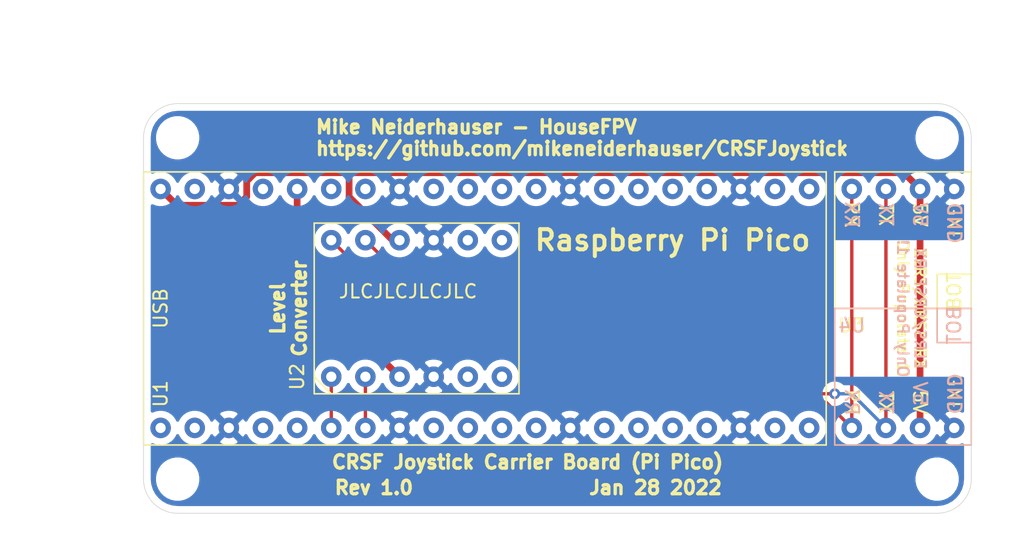
<source format=kicad_pcb>
(kicad_pcb (version 20171130) (host pcbnew "(5.1.9)-1")
  (layers (0 F.Cu signal) (31 B.Cu signal hide) (34 B.Paste user) (35 F.Paste user) (36 B.SilkS user) (37 F.SilkS user) (38 B.Mask user) (39 F.Mask user) (44 Edge.Cuts user))
  (net 0 "")
  (net 1 "Net-(U1-Pad1)")
  (net 2 "Net-(U1-Pad2)")
  (net 3 GND)
  (net 4 "Net-(U1-Pad4)")
  (net 5 "Net-(U1-Pad5)")
  (net 6 TX)
  (net 7 RX)
  (net 8 "Net-(U1-Pad9)")
  (net 9 "Net-(U1-Pad10)")
  (net 10 "Net-(U1-Pad14)")
  (net 11 "Net-(U1-Pad15)")
  (net 12 "Net-(U1-Pad16)")
  (net 13 "Net-(U1-Pad17)")
  (net 14 "Net-(U1-Pad19)")
  (net 15 "Net-(U1-Pad20)")
  (net 16 "Net-(U1-Pad21)")
  (net 17 "Net-(U1-Pad22)")
  (net 18 "Net-(U1-Pad24)")
  (net 19 "Net-(U1-Pad25)")
  (net 20 "Net-(U1-Pad26)")
  (net 21 "Net-(U1-Pad27)")
  (net 22 "Net-(U1-Pad29)")
  (net 23 "Net-(U1-Pad30)")
  (net 24 "Net-(U1-Pad31)")
  (net 25 "Net-(U1-Pad32)")
  (net 26 "Net-(U1-Pad34)")
  (net 27 "Net-(U1-Pad35)")
  (net 28 3v3)
  (net 29 "Net-(U1-Pad37)")
  (net 30 "Net-(U1-Pad39)")
  (net 31 5V)
  (net 32 "Net-(U1-Pad11)")
  (net 33 "Net-(U1-Pad12)")
  (net 34 CRSF_TX)
  (net 35 CRSF_RX)
  (net 36 "Net-(U2-Pad5)")
  (net 37 "Net-(U2-Pad6)")
  (net 38 "Net-(U2-Pad7)")
  (net 39 "Net-(U2-Pad8)")
  (module pico:HouseFPV_Logo (layer F.Cu) (at 75.565 53.34)
    (fp_text reference REF** hide)
    (fp_text value HouseFPV_Logo)
  )
  (module pico:HouseFPV_Logo (layer B.Cu) (at 74.93 61.595)
    (fp_text reference REF** hide)
    (fp_text value HouseFPV_Logo)
  )
  (module pico:ELRS_EP2 (layer F.Cu) (at 92.075 52.07 270)
    (fp_text reference U3 (at 6.35 3.81) (layer F.SilkS))
    (fp_text value CRSF_RX)
    (fp_text user BOT (at 3.81 -3.81 90) (layer F.SilkS))
    (pad 1 thru_hole circle (at -3.81 -3.81 270) (size 1.524 1.524) (drill 0.762) (layers *.Cu *.Mask) (net 3 GND))
    (pad 2 thru_hole circle (at -3.81 -1.27 270) (size 1.524 1.524) (drill 0.762) (layers *.Cu *.Mask) (net 31 5V))
    (pad 3 thru_hole circle (at -3.81 1.27 270) (size 1.524 1.524) (drill 0.762) (layers *.Cu *.Mask) (net 34 CRSF_TX))
    (pad 4 thru_hole circle (at -3.81 3.81 270) (size 1.524 1.524) (drill 0.762) (layers *.Cu *.Mask) (net 35 CRSF_RX))
  )
  (module pico:level_converter (layer F.Cu) (at 55.88 57.15 90)
    (fp_text reference U2 (at -5.08 -8.89 90) (layer F.SilkS))
    (fp_text value level_converter)
    (pad 1 thru_hole circle (at -5.08 -6.35 90) (size 1.524 1.524) (drill 0.762) (layers *.Cu *.Mask) (net 6 TX))
    (pad 2 thru_hole circle (at -5.08 -3.81 90) (size 1.524 1.524) (drill 0.762) (layers *.Cu *.Mask) (net 7 RX))
    (pad 3 thru_hole circle (at -5.08 -1.27 90) (size 1.524 1.524) (drill 0.762) (layers *.Cu *.Mask) (net 28 3v3))
    (pad 4 thru_hole circle (at -5.08 1.27 90) (size 1.524 1.524) (drill 0.762) (layers *.Cu *.Mask) (net 3 GND))
    (pad 5 thru_hole circle (at -5.08 3.81 90) (size 1.524 1.524) (drill 0.762) (layers *.Cu *.Mask) (net 36 "Net-(U2-Pad5)"))
    (pad 6 thru_hole circle (at -5.08 6.35 90) (size 1.524 1.524) (drill 0.762) (layers *.Cu *.Mask) (net 37 "Net-(U2-Pad6)"))
    (pad 7 thru_hole circle (at 5.08 6.35 90) (size 1.524 1.524) (drill 0.762) (layers *.Cu *.Mask) (net 38 "Net-(U2-Pad7)"))
    (pad 8 thru_hole circle (at 5.08 3.81 90) (size 1.524 1.524) (drill 0.762) (layers *.Cu *.Mask) (net 39 "Net-(U2-Pad8)"))
    (pad 9 thru_hole circle (at 5.08 1.27 90) (size 1.524 1.524) (drill 0.762) (layers *.Cu *.Mask) (net 3 GND))
    (pad 10 thru_hole circle (at 5.08 -1.27 90) (size 1.524 1.524) (drill 0.762) (layers *.Cu *.Mask) (net 31 5V))
    (pad 11 thru_hole circle (at 5.08 -3.81 90) (size 1.524 1.524) (drill 0.762) (layers *.Cu *.Mask) (net 34 CRSF_TX))
    (pad 12 thru_hole circle (at 5.08 -6.35 90) (size 1.524 1.524) (drill 0.762) (layers *.Cu *.Mask) (net 35 CRSF_RX))
  )
  (module pico:pico_no_swd (layer F.Cu) (at 60.96 57.15 90)
    (fp_text reference U1 (at -6.35 -24.13 90) (layer F.SilkS))
    (fp_text value pico)
    (pad 1 thru_hole circle (at -8.89 -24.13 90) (size 1.524 1.524) (drill 0.762) (layers *.Cu *.Mask) (net 1 "Net-(U1-Pad1)"))
    (pad 2 thru_hole circle (at -8.89 -21.59 90) (size 1.524 1.524) (drill 0.762) (layers *.Cu *.Mask) (net 2 "Net-(U1-Pad2)"))
    (pad 3 thru_hole circle (at -8.89 -19.05 90) (size 1.524 1.524) (drill 0.762) (layers *.Cu *.Mask) (net 3 GND))
    (pad 4 thru_hole circle (at -8.89 -16.51 90) (size 1.524 1.524) (drill 0.762) (layers *.Cu *.Mask) (net 4 "Net-(U1-Pad4)"))
    (pad 5 thru_hole circle (at -8.89 -13.97 90) (size 1.524 1.524) (drill 0.762) (layers *.Cu *.Mask) (net 5 "Net-(U1-Pad5)"))
    (pad 6 thru_hole circle (at -8.89 -11.43 90) (size 1.524 1.524) (drill 0.762) (layers *.Cu *.Mask) (net 6 TX))
    (pad 7 thru_hole circle (at -8.89 -8.89 90) (size 1.524 1.524) (drill 0.762) (layers *.Cu *.Mask) (net 7 RX))
    (pad 8 thru_hole circle (at -8.89 -6.35 90) (size 1.524 1.524) (drill 0.762) (layers *.Cu *.Mask) (net 3 GND))
    (pad 9 thru_hole circle (at -8.89 -3.81 90) (size 1.524 1.524) (drill 0.762) (layers *.Cu *.Mask) (net 8 "Net-(U1-Pad9)"))
    (pad 10 thru_hole circle (at -8.89 -1.27 90) (size 1.524 1.524) (drill 0.762) (layers *.Cu *.Mask) (net 9 "Net-(U1-Pad10)"))
    (pad 13 thru_hole circle (at -8.89 6.35 90) (size 1.524 1.524) (drill 0.762) (layers *.Cu *.Mask) (net 3 GND))
    (pad 14 thru_hole circle (at -8.89 8.89 90) (size 1.524 1.524) (drill 0.762) (layers *.Cu *.Mask) (net 10 "Net-(U1-Pad14)"))
    (pad 15 thru_hole circle (at -8.89 11.43 90) (size 1.524 1.524) (drill 0.762) (layers *.Cu *.Mask) (net 11 "Net-(U1-Pad15)"))
    (pad 16 thru_hole circle (at -8.89 13.97 90) (size 1.524 1.524) (drill 0.762) (layers *.Cu *.Mask) (net 12 "Net-(U1-Pad16)"))
    (pad 17 thru_hole circle (at -8.89 16.51 90) (size 1.524 1.524) (drill 0.762) (layers *.Cu *.Mask) (net 13 "Net-(U1-Pad17)"))
    (pad 18 thru_hole circle (at -8.89 19.05 90) (size 1.524 1.524) (drill 0.762) (layers *.Cu *.Mask) (net 3 GND))
    (pad 19 thru_hole circle (at -8.89 21.59 90) (size 1.524 1.524) (drill 0.762) (layers *.Cu *.Mask) (net 14 "Net-(U1-Pad19)"))
    (pad 20 thru_hole circle (at -8.89 24.13 90) (size 1.524 1.524) (drill 0.762) (layers *.Cu *.Mask) (net 15 "Net-(U1-Pad20)"))
    (pad 21 thru_hole circle (at 8.89 24.13 90) (size 1.524 1.524) (drill 0.762) (layers *.Cu *.Mask) (net 16 "Net-(U1-Pad21)"))
    (pad 22 thru_hole circle (at 8.89 21.59 90) (size 1.524 1.524) (drill 0.762) (layers *.Cu *.Mask) (net 17 "Net-(U1-Pad22)"))
    (pad 23 thru_hole circle (at 8.89 19.05 90) (size 1.524 1.524) (drill 0.762) (layers *.Cu *.Mask) (net 3 GND))
    (pad 24 thru_hole circle (at 8.89 16.51 90) (size 1.524 1.524) (drill 0.762) (layers *.Cu *.Mask) (net 18 "Net-(U1-Pad24)"))
    (pad 25 thru_hole circle (at 8.89 13.97 90) (size 1.524 1.524) (drill 0.762) (layers *.Cu *.Mask) (net 19 "Net-(U1-Pad25)"))
    (pad 26 thru_hole circle (at 8.89 11.43 90) (size 1.524 1.524) (drill 0.762) (layers *.Cu *.Mask) (net 20 "Net-(U1-Pad26)"))
    (pad 27 thru_hole circle (at 8.89 8.89 90) (size 1.524 1.524) (drill 0.762) (layers *.Cu *.Mask) (net 21 "Net-(U1-Pad27)"))
    (pad 28 thru_hole circle (at 8.89 6.35 90) (size 1.524 1.524) (drill 0.762) (layers *.Cu *.Mask) (net 3 GND))
    (pad 29 thru_hole circle (at 8.89 3.81 90) (size 1.524 1.524) (drill 0.762) (layers *.Cu *.Mask) (net 22 "Net-(U1-Pad29)"))
    (pad 30 thru_hole circle (at 8.89 1.27 90) (size 1.524 1.524) (drill 0.762) (layers *.Cu *.Mask) (net 23 "Net-(U1-Pad30)"))
    (pad 31 thru_hole circle (at 8.89 -1.27 90) (size 1.524 1.524) (drill 0.762) (layers *.Cu *.Mask) (net 24 "Net-(U1-Pad31)"))
    (pad 32 thru_hole circle (at 8.89 -3.81 90) (size 1.524 1.524) (drill 0.762) (layers *.Cu *.Mask) (net 25 "Net-(U1-Pad32)"))
    (pad 33 thru_hole circle (at 8.89 -6.35 90) (size 1.524 1.524) (drill 0.762) (layers *.Cu *.Mask) (net 3 GND))
    (pad 34 thru_hole circle (at 8.89 -8.89 90) (size 1.524 1.524) (drill 0.762) (layers *.Cu *.Mask) (net 26 "Net-(U1-Pad34)"))
    (pad 35 thru_hole circle (at 8.89 -11.43 90) (size 1.524 1.524) (drill 0.762) (layers *.Cu *.Mask) (net 27 "Net-(U1-Pad35)"))
    (pad 36 thru_hole circle (at 8.89 -13.97 90) (size 1.524 1.524) (drill 0.762) (layers *.Cu *.Mask) (net 28 3v3))
    (pad 37 thru_hole circle (at 8.89 -16.51 90) (size 1.524 1.524) (drill 0.762) (layers *.Cu *.Mask) (net 29 "Net-(U1-Pad37)"))
    (pad 38 thru_hole circle (at 8.89 -19.05 90) (size 1.524 1.524) (drill 0.762) (layers *.Cu *.Mask) (net 3 GND))
    (pad 39 thru_hole circle (at 8.89 -21.59 90) (size 1.524 1.524) (drill 0.762) (layers *.Cu *.Mask) (net 30 "Net-(U1-Pad39)"))
    (pad 40 thru_hole circle (at 8.89 -24.13 90) (size 1.524 1.524) (drill 0.762) (layers *.Cu *.Mask) (net 31 5V))
    (pad 11 thru_hole circle (at -8.89 1.27 90) (size 1.524 1.524) (drill 0.762) (layers *.Cu *.Mask) (net 32 "Net-(U1-Pad11)"))
    (pad 12 thru_hole circle (at -8.89 3.81 90) (size 1.524 1.524) (drill 0.762) (layers *.Cu *.Mask) (net 33 "Net-(U1-Pad12)"))
  )
  (module pico:ELRS_EP2 (layer B.Cu) (at 92.075 62.23 90)
    (fp_text reference U4 (at 3.81 -3.81) (layer B.SilkS) (effects (justify mirror)))
    (fp_text value CRSF_RX)
    (fp_text user BOT (at 3.81 3.81 270) (layer B.SilkS) (effects (justify mirror)))
    (pad 1 thru_hole circle (at -3.81 3.81 90) (size 1.524 1.524) (drill 0.762) (layers *.Cu *.Mask) (net 3 GND))
    (pad 2 thru_hole circle (at -3.81 1.27 90) (size 1.524 1.524) (drill 0.762) (layers *.Cu *.Mask) (net 31 5V))
    (pad 3 thru_hole circle (at -3.81 -1.27 90) (size 1.524 1.524) (drill 0.762) (layers *.Cu *.Mask) (net 34 CRSF_TX))
    (pad 4 thru_hole circle (at -3.81 -3.81 90) (size 1.524 1.524) (drill 0.762) (layers *.Cu *.Mask) (net 35 CRSF_RX))
  )
  (module MountingHole:MountingHole_2.2mm_M2 (layer F.Cu) (at 38.1 69.85)
    (fp_text reference H1 hide)
    (fp_text value MountingHole)
    (pad 1 np_thru_hole circle (at 0 0) (size 2.2 2.2) (drill 2.2) (layers *.Cu *.Mask))
  )
  (module MountingHole:MountingHole_2.2mm_M2 (layer F.Cu) (at 38.1 44.45)
    (fp_text reference H2 hide)
    (fp_text value MountingHole)
    (pad 1 np_thru_hole circle (at 0 0) (size 2.2 2.2) (drill 2.2) (layers *.Cu *.Mask))
  )
  (module MountingHole:MountingHole_2.2mm_M2 (layer F.Cu) (at 94.615 69.85)
    (fp_text reference H3 hide)
    (fp_text value MountingHole hide)
    (pad 1 np_thru_hole circle (at 0 0) (size 2.2 2.2) (drill 2.2) (layers *.Cu *.Mask))
  )
  (module MountingHole:MountingHole_2.2mm_M2 (layer F.Cu) (at 94.615 44.45)
    (fp_text reference H4 hide)
    (fp_text value MountingHole)
    (pad 1 np_thru_hole circle (at 0 0) (size 2.2 2.2) (drill 2.2) (layers *.Cu *.Mask))
  )
  (gr_text JLCJLCJLCJLC (at 55.245 55.88) (layer F.SilkS) (effects (font (size 1 1))))
  (gr_text USB (at 36.83 57.15 90) (layer F.SilkS) (effects (font (size 1 1))))
  (gr_text "Jan 28 2022" (at 73.66 70.485) (layer F.SilkS) (effects (font (size 1 1) (thickness 0.25))))
  (gr_text "Rev 1.0" (at 52.705 70.485) (layer F.SilkS) (effects (font (size 1 1) (thickness 0.25))))
  (gr_text "CRSF Joystick Carrier Board (Pi Pico)" (at 64.135 68.58) (layer F.SilkS) (effects (font (size 1 1) (thickness 0.25))))
  (gr_text "Mike Neiderhauser - HouseFPV\nhttps://github.com/mikeneiderhauser/CRSFJoystick" (at 48.26 44.45) (layer F.SilkS) (effects (font (size 1 1) (thickness 0.25)) (justify left)))
  (gr_text RX (at 88.265 64.135 270) (layer B.SilkS) (effects (font (size 1 1)) (justify mirror)))
  (gr_text TX (at 90.805 64.135 270) (layer B.SilkS) (effects (font (size 1 1)) (justify mirror)))
  (gr_text "5V\n" (at 93.345 63.5 270) (layer B.SilkS) (effects (font (size 1 1)) (justify mirror)))
  (gr_text GND (at 95.885 63.5 270) (layer B.SilkS) (effects (font (size 1 1)) (justify mirror)))
  (gr_text RX (at 88.265 50.165 270) (layer B.SilkS) (effects (font (size 1 1)) (justify mirror)))
  (gr_text TX (at 90.805 50.165 270) (layer B.SilkS) (effects (font (size 1 1)) (justify mirror)))
  (gr_text 5V (at 93.345 50.165 270) (layer B.SilkS) (effects (font (size 1 1)) (justify mirror)))
  (gr_text GND (at 95.885 50.8 270) (layer B.SilkS) (effects (font (size 1 1)) (justify mirror)))
  (gr_text "ELRS/CRSF RX\nOnly Populate 1!" (at 92.71 57.15 270) (layer B.SilkS) (effects (font (size 0.8 0.8)) (justify mirror)))
  (gr_text "ELRS/CRSF RX\nOnly Populate 1!" (at 92.71 57.15 -90) (layer F.SilkS) (effects (font (size 0.8 0.8))))
  (gr_text RX (at 88.265 64.135 270) (layer F.SilkS) (effects (font (size 1 1))))
  (gr_text TX (at 90.805 64.135 270) (layer F.SilkS) (effects (font (size 1 1))))
  (gr_text GND (at 95.885 63.5 270) (layer F.SilkS) (effects (font (size 1 1))))
  (gr_text 5V (at 93.345 64.135 270) (layer F.SilkS) (effects (font (size 1 1))))
  (gr_text RX (at 88.265 50.165 270) (layer F.SilkS) (effects (font (size 1 1))))
  (gr_text TX (at 90.805 50.165 270) (layer F.SilkS) (effects (font (size 1 1))))
  (gr_text 5V (at 93.345 50.165 270) (layer F.SilkS) (effects (font (size 1 1))))
  (gr_text GND (at 95.885 50.8 270) (layer F.SilkS) (effects (font (size 1 1))))
  (gr_text "Level\nConverter" (at 46.355 57.15 90) (layer F.SilkS) (effects (font (size 1 1) (thickness 0.25))))
  (gr_text "Raspberry Pi Pico" (at 74.93 52.07) (layer F.SilkS) (effects (font (size 1.5 1.5) (thickness 0.3))))
  (gr_line (start 97.155 44.45) (end 97.155 69.85) (layer Edge.Cuts) (width 0.05))
  (gr_line (start 38.1 41.91) (end 94.615 41.91) (layer Edge.Cuts) (width 0.05))
  (gr_line (start 35.56 69.85) (end 35.56 44.45) (layer Edge.Cuts) (width 0.05))
  (gr_line (start 94.615 72.39) (end 38.1 72.39) (layer Edge.Cuts) (width 0.05))
  (gr_arc (start 94.615 69.85) (end 94.615 72.39) (angle -90) (layer Edge.Cuts) (width 0.05))
  (gr_arc (start 94.615 44.45) (end 97.155 44.45) (angle -90) (layer Edge.Cuts) (width 0.05))
  (gr_arc (start 38.1 44.45) (end 38.1 41.91) (angle -90) (layer Edge.Cuts) (width 0.05))
  (gr_arc (start 38.1 69.85) (end 35.56 69.85) (angle -90) (layer Edge.Cuts) (width 0.05))
  (segment (start 49.53 66.04) (end 49.53 62.23) (width 0.25) (layer F.Cu) (net 6))
  (segment (start 52.07 66.04) (end 52.07 62.23) (width 0.25) (layer F.Cu) (net 7))
  (segment (start 46.99 54.61) (end 54.61 62.23) (width 0.5) (layer F.Cu) (net 28))
  (segment (start 46.99 48.26) (end 46.99 54.61) (width 0.5) (layer F.Cu) (net 28))
  (segment (start 93.345 48.26) (end 93.345 66.04) (width 0.5) (layer F.Cu) (net 31))
  (segment (start 92.132999 47.047999) (end 93.345 48.26) (width 0.5) (layer F.Cu) (net 31))
  (segment (start 43.237999 47.678239) (end 43.868239 47.047999) (width 0.5) (layer F.Cu) (net 31))
  (segment (start 43.237999 48.837001) (end 43.237999 47.678239) (width 0.5) (layer F.Cu) (net 31))
  (segment (start 42.602999 49.472001) (end 43.237999 48.837001) (width 0.5) (layer F.Cu) (net 31))
  (segment (start 38.042001 49.472001) (end 42.602999 49.472001) (width 0.5) (layer F.Cu) (net 31))
  (segment (start 36.83 48.26) (end 38.042001 49.472001) (width 0.5) (layer F.Cu) (net 31))
  (segment (start 54.086238 52.07) (end 50.857999 48.841761) (width 0.5) (layer F.Cu) (net 31))
  (segment (start 54.61 52.07) (end 54.086238 52.07) (width 0.5) (layer F.Cu) (net 31))
  (segment (start 50.857999 48.841761) (end 50.857999 47.047999) (width 0.5) (layer F.Cu) (net 31))
  (segment (start 43.868239 47.047999) (end 50.857999 47.047999) (width 0.5) (layer F.Cu) (net 31))
  (segment (start 50.857999 47.047999) (end 92.132999 47.047999) (width 0.5) (layer F.Cu) (net 31))
  (segment (start 90.805 66.04) (end 90.805 48.26) (width 0.25) (layer F.Cu) (net 34))
  (segment (start 52.07 52.07) (end 59.87499 59.87499) (width 0.25) (layer F.Cu) (net 34))
  (segment (start 59.87499 59.87499) (end 63.051401 59.874991) (width 0.25) (layer F.Cu) (net 34))
  (segment (start 63.051401 59.874991) (end 66.67641 63.5) (width 0.25) (layer F.Cu) (net 34))
  (via (at 86.995 63.5) (size 0.8) (drill 0.4) (layers F.Cu B.Cu) (net 34))
  (segment (start 71.458762 63.5) (end 86.995 63.5) (width 0.25) (layer F.Cu) (net 34))
  (segment (start 66.67641 63.5) (end 71.458762 63.5) (width 0.25) (layer F.Cu) (net 34))
  (segment (start 88.265 63.5) (end 90.805 66.04) (width 0.25) (layer B.Cu) (net 34))
  (segment (start 86.995 63.5) (end 88.265 63.5) (width 0.25) (layer B.Cu) (net 34))
  (segment (start 88.265 48.26) (end 88.265 66.04) (width 0.25) (layer F.Cu) (net 35))
  (segment (start 57.785 60.325) (end 49.53 52.07) (width 0.25) (layer F.Cu) (net 35))
  (segment (start 62.865 60.325) (end 57.785 60.325) (width 0.25) (layer F.Cu) (net 35))
  (segment (start 66.675 64.135) (end 62.865 60.325) (width 0.25) (layer F.Cu) (net 35))
  (segment (start 86.36 64.135) (end 66.675 64.135) (width 0.25) (layer F.Cu) (net 35))
  (segment (start 88.265 66.04) (end 86.36 64.135) (width 0.25) (layer F.Cu) (net 35))
  (zone (net 0) (net_name "") (layers F&B.Cu) (connect_pads (clearance 0.508)) (min_thickness 0.254)
    (keepout (tracks allowed) (vias allowed) (copperpour not_allowed))
    (fill (arc_segments 32) (thermal_gap 0.508) (thermal_bridge_width 0.508))
    (polygon (pts (xy 97.155 62.23) (xy 86.995 62.23) (xy 86.995 52.07) (xy 97.155 52.07)))
  )
  (zone (net 3) (net_name GND) (layer B.Cu) (connect_pads (clearance 0.508)) (min_thickness 0.254) (fill yes (arc_segments 32) (thermal_gap 0.508) (thermal_bridge_width 0.508))
    (polygon (pts (xy 97.155 72.39) (xy 35.56 72.39) (xy 35.56 41.91) (xy 97.155 41.91)))
  )
)
</source>
